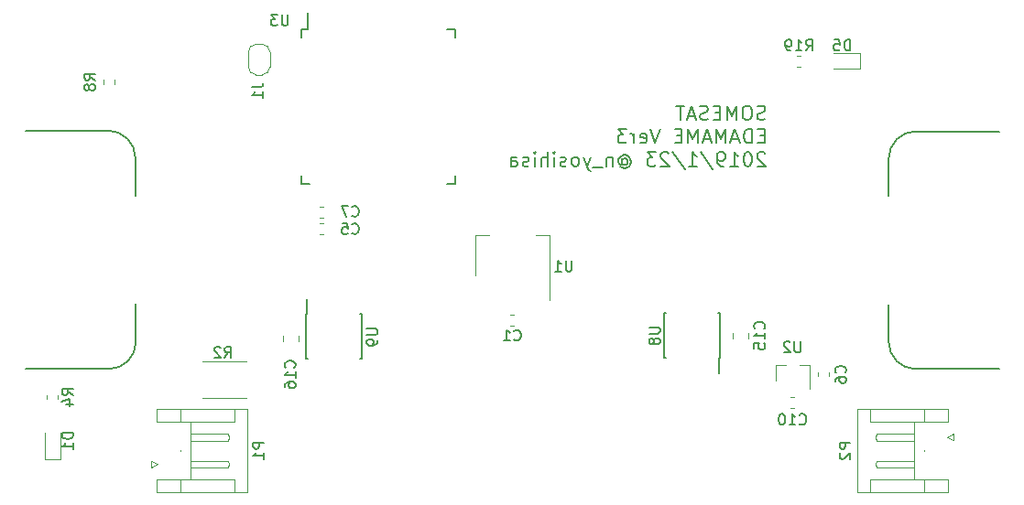
<source format=gbo>
G04 #@! TF.GenerationSoftware,KiCad,Pcbnew,(5.0.0)*
G04 #@! TF.CreationDate,2019-01-28T15:32:59+09:00*
G04 #@! TF.ProjectId,EDAMAMEv3,4544414D414D4576332E6B696361645F,rev?*
G04 #@! TF.SameCoordinates,Original*
G04 #@! TF.FileFunction,Legend,Bot*
G04 #@! TF.FilePolarity,Positive*
%FSLAX46Y46*%
G04 Gerber Fmt 4.6, Leading zero omitted, Abs format (unit mm)*
G04 Created by KiCad (PCBNEW (5.0.0)) date 01/28/19 15:32:59*
%MOMM*%
%LPD*%
G01*
G04 APERTURE LIST*
%ADD10C,0.200000*%
%ADD11C,0.150000*%
%ADD12C,0.120000*%
G04 APERTURE END LIST*
D10*
X87872380Y-28376190D02*
X87686666Y-28438095D01*
X87377142Y-28438095D01*
X87253333Y-28376190D01*
X87191428Y-28314285D01*
X87129523Y-28190476D01*
X87129523Y-28066666D01*
X87191428Y-27942857D01*
X87253333Y-27880952D01*
X87377142Y-27819047D01*
X87624761Y-27757142D01*
X87748571Y-27695238D01*
X87810476Y-27633333D01*
X87872380Y-27509523D01*
X87872380Y-27385714D01*
X87810476Y-27261904D01*
X87748571Y-27200000D01*
X87624761Y-27138095D01*
X87315238Y-27138095D01*
X87129523Y-27200000D01*
X86324761Y-27138095D02*
X86077142Y-27138095D01*
X85953333Y-27200000D01*
X85829523Y-27323809D01*
X85767619Y-27571428D01*
X85767619Y-28004761D01*
X85829523Y-28252380D01*
X85953333Y-28376190D01*
X86077142Y-28438095D01*
X86324761Y-28438095D01*
X86448571Y-28376190D01*
X86572380Y-28252380D01*
X86634285Y-28004761D01*
X86634285Y-27571428D01*
X86572380Y-27323809D01*
X86448571Y-27200000D01*
X86324761Y-27138095D01*
X85210476Y-28438095D02*
X85210476Y-27138095D01*
X84777142Y-28066666D01*
X84343809Y-27138095D01*
X84343809Y-28438095D01*
X83724761Y-27757142D02*
X83291428Y-27757142D01*
X83105714Y-28438095D02*
X83724761Y-28438095D01*
X83724761Y-27138095D01*
X83105714Y-27138095D01*
X82610476Y-28376190D02*
X82424761Y-28438095D01*
X82115238Y-28438095D01*
X81991428Y-28376190D01*
X81929523Y-28314285D01*
X81867619Y-28190476D01*
X81867619Y-28066666D01*
X81929523Y-27942857D01*
X81991428Y-27880952D01*
X82115238Y-27819047D01*
X82362857Y-27757142D01*
X82486666Y-27695238D01*
X82548571Y-27633333D01*
X82610476Y-27509523D01*
X82610476Y-27385714D01*
X82548571Y-27261904D01*
X82486666Y-27200000D01*
X82362857Y-27138095D01*
X82053333Y-27138095D01*
X81867619Y-27200000D01*
X81372380Y-28066666D02*
X80753333Y-28066666D01*
X81496190Y-28438095D02*
X81062857Y-27138095D01*
X80629523Y-28438095D01*
X80381904Y-27138095D02*
X79639047Y-27138095D01*
X80010476Y-28438095D02*
X80010476Y-27138095D01*
X87810476Y-29907142D02*
X87377142Y-29907142D01*
X87191428Y-30588095D02*
X87810476Y-30588095D01*
X87810476Y-29288095D01*
X87191428Y-29288095D01*
X86634285Y-30588095D02*
X86634285Y-29288095D01*
X86324761Y-29288095D01*
X86139047Y-29350000D01*
X86015238Y-29473809D01*
X85953333Y-29597619D01*
X85891428Y-29845238D01*
X85891428Y-30030952D01*
X85953333Y-30278571D01*
X86015238Y-30402380D01*
X86139047Y-30526190D01*
X86324761Y-30588095D01*
X86634285Y-30588095D01*
X85396190Y-30216666D02*
X84777142Y-30216666D01*
X85520000Y-30588095D02*
X85086666Y-29288095D01*
X84653333Y-30588095D01*
X84220000Y-30588095D02*
X84220000Y-29288095D01*
X83786666Y-30216666D01*
X83353333Y-29288095D01*
X83353333Y-30588095D01*
X82796190Y-30216666D02*
X82177142Y-30216666D01*
X82920000Y-30588095D02*
X82486666Y-29288095D01*
X82053333Y-30588095D01*
X81620000Y-30588095D02*
X81620000Y-29288095D01*
X81186666Y-30216666D01*
X80753333Y-29288095D01*
X80753333Y-30588095D01*
X80134285Y-29907142D02*
X79700952Y-29907142D01*
X79515238Y-30588095D02*
X80134285Y-30588095D01*
X80134285Y-29288095D01*
X79515238Y-29288095D01*
X78153333Y-29288095D02*
X77720000Y-30588095D01*
X77286666Y-29288095D01*
X76358095Y-30526190D02*
X76481904Y-30588095D01*
X76729523Y-30588095D01*
X76853333Y-30526190D01*
X76915238Y-30402380D01*
X76915238Y-29907142D01*
X76853333Y-29783333D01*
X76729523Y-29721428D01*
X76481904Y-29721428D01*
X76358095Y-29783333D01*
X76296190Y-29907142D01*
X76296190Y-30030952D01*
X76915238Y-30154761D01*
X75739047Y-30588095D02*
X75739047Y-29721428D01*
X75739047Y-29969047D02*
X75677142Y-29845238D01*
X75615238Y-29783333D01*
X75491428Y-29721428D01*
X75367619Y-29721428D01*
X75058095Y-29288095D02*
X74253333Y-29288095D01*
X74686666Y-29783333D01*
X74500952Y-29783333D01*
X74377142Y-29845238D01*
X74315238Y-29907142D01*
X74253333Y-30030952D01*
X74253333Y-30340476D01*
X74315238Y-30464285D01*
X74377142Y-30526190D01*
X74500952Y-30588095D01*
X74872380Y-30588095D01*
X74996190Y-30526190D01*
X75058095Y-30464285D01*
X87872380Y-31561904D02*
X87810476Y-31500000D01*
X87686666Y-31438095D01*
X87377142Y-31438095D01*
X87253333Y-31500000D01*
X87191428Y-31561904D01*
X87129523Y-31685714D01*
X87129523Y-31809523D01*
X87191428Y-31995238D01*
X87934285Y-32738095D01*
X87129523Y-32738095D01*
X86324761Y-31438095D02*
X86200952Y-31438095D01*
X86077142Y-31500000D01*
X86015238Y-31561904D01*
X85953333Y-31685714D01*
X85891428Y-31933333D01*
X85891428Y-32242857D01*
X85953333Y-32490476D01*
X86015238Y-32614285D01*
X86077142Y-32676190D01*
X86200952Y-32738095D01*
X86324761Y-32738095D01*
X86448571Y-32676190D01*
X86510476Y-32614285D01*
X86572380Y-32490476D01*
X86634285Y-32242857D01*
X86634285Y-31933333D01*
X86572380Y-31685714D01*
X86510476Y-31561904D01*
X86448571Y-31500000D01*
X86324761Y-31438095D01*
X84653333Y-32738095D02*
X85396190Y-32738095D01*
X85024761Y-32738095D02*
X85024761Y-31438095D01*
X85148571Y-31623809D01*
X85272380Y-31747619D01*
X85396190Y-31809523D01*
X84034285Y-32738095D02*
X83786666Y-32738095D01*
X83662857Y-32676190D01*
X83600952Y-32614285D01*
X83477142Y-32428571D01*
X83415238Y-32180952D01*
X83415238Y-31685714D01*
X83477142Y-31561904D01*
X83539047Y-31500000D01*
X83662857Y-31438095D01*
X83910476Y-31438095D01*
X84034285Y-31500000D01*
X84096190Y-31561904D01*
X84158095Y-31685714D01*
X84158095Y-31995238D01*
X84096190Y-32119047D01*
X84034285Y-32180952D01*
X83910476Y-32242857D01*
X83662857Y-32242857D01*
X83539047Y-32180952D01*
X83477142Y-32119047D01*
X83415238Y-31995238D01*
X81929523Y-31376190D02*
X83043809Y-33047619D01*
X80815238Y-32738095D02*
X81558095Y-32738095D01*
X81186666Y-32738095D02*
X81186666Y-31438095D01*
X81310476Y-31623809D01*
X81434285Y-31747619D01*
X81558095Y-31809523D01*
X79329523Y-31376190D02*
X80443809Y-33047619D01*
X78958095Y-31561904D02*
X78896190Y-31500000D01*
X78772380Y-31438095D01*
X78462857Y-31438095D01*
X78339047Y-31500000D01*
X78277142Y-31561904D01*
X78215238Y-31685714D01*
X78215238Y-31809523D01*
X78277142Y-31995238D01*
X79020000Y-32738095D01*
X78215238Y-32738095D01*
X77781904Y-31438095D02*
X76977142Y-31438095D01*
X77410476Y-31933333D01*
X77224761Y-31933333D01*
X77100952Y-31995238D01*
X77039047Y-32057142D01*
X76977142Y-32180952D01*
X76977142Y-32490476D01*
X77039047Y-32614285D01*
X77100952Y-32676190D01*
X77224761Y-32738095D01*
X77596190Y-32738095D01*
X77720000Y-32676190D01*
X77781904Y-32614285D01*
X74624761Y-32119047D02*
X74686666Y-32057142D01*
X74810476Y-31995238D01*
X74934285Y-31995238D01*
X75058095Y-32057142D01*
X75120000Y-32119047D01*
X75181904Y-32242857D01*
X75181904Y-32366666D01*
X75120000Y-32490476D01*
X75058095Y-32552380D01*
X74934285Y-32614285D01*
X74810476Y-32614285D01*
X74686666Y-32552380D01*
X74624761Y-32490476D01*
X74624761Y-31995238D02*
X74624761Y-32490476D01*
X74562857Y-32552380D01*
X74500952Y-32552380D01*
X74377142Y-32490476D01*
X74315238Y-32366666D01*
X74315238Y-32057142D01*
X74439047Y-31871428D01*
X74624761Y-31747619D01*
X74872380Y-31685714D01*
X75120000Y-31747619D01*
X75305714Y-31871428D01*
X75429523Y-32057142D01*
X75491428Y-32304761D01*
X75429523Y-32552380D01*
X75305714Y-32738095D01*
X75120000Y-32861904D01*
X74872380Y-32923809D01*
X74624761Y-32861904D01*
X74439047Y-32738095D01*
X73758095Y-31871428D02*
X73758095Y-32738095D01*
X73758095Y-31995238D02*
X73696190Y-31933333D01*
X73572380Y-31871428D01*
X73386666Y-31871428D01*
X73262857Y-31933333D01*
X73200952Y-32057142D01*
X73200952Y-32738095D01*
X72891428Y-32861904D02*
X71900952Y-32861904D01*
X71715238Y-31871428D02*
X71405714Y-32738095D01*
X71096190Y-31871428D02*
X71405714Y-32738095D01*
X71529523Y-33047619D01*
X71591428Y-33109523D01*
X71715238Y-33171428D01*
X70415238Y-32738095D02*
X70539047Y-32676190D01*
X70600952Y-32614285D01*
X70662857Y-32490476D01*
X70662857Y-32119047D01*
X70600952Y-31995238D01*
X70539047Y-31933333D01*
X70415238Y-31871428D01*
X70229523Y-31871428D01*
X70105714Y-31933333D01*
X70043809Y-31995238D01*
X69981904Y-32119047D01*
X69981904Y-32490476D01*
X70043809Y-32614285D01*
X70105714Y-32676190D01*
X70229523Y-32738095D01*
X70415238Y-32738095D01*
X69486666Y-32676190D02*
X69362857Y-32738095D01*
X69115238Y-32738095D01*
X68991428Y-32676190D01*
X68929523Y-32552380D01*
X68929523Y-32490476D01*
X68991428Y-32366666D01*
X69115238Y-32304761D01*
X69300952Y-32304761D01*
X69424761Y-32242857D01*
X69486666Y-32119047D01*
X69486666Y-32057142D01*
X69424761Y-31933333D01*
X69300952Y-31871428D01*
X69115238Y-31871428D01*
X68991428Y-31933333D01*
X68372380Y-32738095D02*
X68372380Y-31871428D01*
X68372380Y-31438095D02*
X68434285Y-31500000D01*
X68372380Y-31561904D01*
X68310476Y-31500000D01*
X68372380Y-31438095D01*
X68372380Y-31561904D01*
X67753333Y-32738095D02*
X67753333Y-31438095D01*
X67196190Y-32738095D02*
X67196190Y-32057142D01*
X67258095Y-31933333D01*
X67381904Y-31871428D01*
X67567619Y-31871428D01*
X67691428Y-31933333D01*
X67753333Y-31995238D01*
X66577142Y-32738095D02*
X66577142Y-31871428D01*
X66577142Y-31438095D02*
X66639047Y-31500000D01*
X66577142Y-31561904D01*
X66515238Y-31500000D01*
X66577142Y-31438095D01*
X66577142Y-31561904D01*
X66020000Y-32676190D02*
X65896190Y-32738095D01*
X65648571Y-32738095D01*
X65524761Y-32676190D01*
X65462857Y-32552380D01*
X65462857Y-32490476D01*
X65524761Y-32366666D01*
X65648571Y-32304761D01*
X65834285Y-32304761D01*
X65958095Y-32242857D01*
X66020000Y-32119047D01*
X66020000Y-32057142D01*
X65958095Y-31933333D01*
X65834285Y-31871428D01*
X65648571Y-31871428D01*
X65524761Y-31933333D01*
X64348571Y-32738095D02*
X64348571Y-32057142D01*
X64410476Y-31933333D01*
X64534285Y-31871428D01*
X64781904Y-31871428D01*
X64905714Y-31933333D01*
X64348571Y-32676190D02*
X64472380Y-32738095D01*
X64781904Y-32738095D01*
X64905714Y-32676190D01*
X64967619Y-32552380D01*
X64967619Y-32428571D01*
X64905714Y-32304761D01*
X64781904Y-32242857D01*
X64472380Y-32242857D01*
X64348571Y-32180952D01*
X19500000Y-51500000D02*
X27200000Y-51500000D01*
X29700000Y-48988000D02*
X29700000Y-45488000D01*
X29700000Y-49000000D02*
G75*
G02X27200000Y-51500000I-2500000J0D01*
G01*
X99300000Y-32000000D02*
X99300000Y-35500000D01*
X99300000Y-32000000D02*
G75*
G02X101800000Y-29500000I2500000J0D01*
G01*
X109500000Y-29500000D02*
X101800000Y-29500000D01*
X99300000Y-49000000D02*
G75*
G03X101800000Y-51500000I2500000J0D01*
G01*
X99300000Y-49000000D02*
X99300000Y-45500000D01*
X109500000Y-51500000D02*
X101800000Y-51500000D01*
X29660000Y-31970000D02*
G75*
G03X27120000Y-29430000I-2540000J0D01*
G01*
X29660000Y-31970000D02*
X29660000Y-35500000D01*
X19500000Y-29430000D02*
X27120000Y-29430000D01*
D11*
G04 #@! TO.C,U3*
X44975000Y-20075000D02*
X45625000Y-20075000D01*
X44975000Y-34325000D02*
X45735000Y-34325000D01*
X59225000Y-34325000D02*
X58465000Y-34325000D01*
X59225000Y-20075000D02*
X58465000Y-20075000D01*
X44975000Y-20075000D02*
X44975000Y-20835000D01*
X59225000Y-20075000D02*
X59225000Y-20835000D01*
X59225000Y-34325000D02*
X59225000Y-33565000D01*
X44975000Y-34325000D02*
X44975000Y-33565000D01*
X45625000Y-20075000D02*
X45625000Y-18550000D01*
G04 #@! TO.C,U9*
X45475000Y-46425000D02*
X45475000Y-45025000D01*
X50575000Y-46425000D02*
X50575000Y-50575000D01*
X45425000Y-46425000D02*
X45425000Y-50575000D01*
X50575000Y-46425000D02*
X50430000Y-46425000D01*
X50575000Y-50575000D02*
X50430000Y-50575000D01*
X45425000Y-50575000D02*
X45570000Y-50575000D01*
X45425000Y-46425000D02*
X45475000Y-46425000D01*
D12*
G04 #@! TO.C,D1*
X22735408Y-57352172D02*
X22735408Y-59812172D01*
X22735408Y-59812172D02*
X21265408Y-59812172D01*
X21265408Y-59812172D02*
X21265408Y-57352172D01*
G04 #@! TO.C,R4*
X22510408Y-54259439D02*
X22510408Y-53916905D01*
X21490408Y-54259439D02*
X21490408Y-53916905D01*
G04 #@! TO.C,C1*
X64328733Y-47510000D02*
X64671267Y-47510000D01*
X64328733Y-46490000D02*
X64671267Y-46490000D01*
G04 #@! TO.C,C5*
X47071267Y-38040000D02*
X46728733Y-38040000D01*
X47071267Y-39060000D02*
X46728733Y-39060000D01*
G04 #@! TO.C,C6*
X93810000Y-51828733D02*
X93810000Y-52171267D01*
X92790000Y-51828733D02*
X92790000Y-52171267D01*
G04 #@! TO.C,C7*
X47071267Y-37460000D02*
X46728733Y-37460000D01*
X47071267Y-36440000D02*
X46728733Y-36440000D01*
G04 #@! TO.C,C10*
X90228733Y-55110000D02*
X90571267Y-55110000D01*
X90228733Y-54090000D02*
X90571267Y-54090000D01*
G04 #@! TO.C,C15*
X84890000Y-48661252D02*
X84890000Y-48138748D01*
X86310000Y-48661252D02*
X86310000Y-48138748D01*
G04 #@! TO.C,C16*
X43290000Y-48413748D02*
X43290000Y-48936252D01*
X44710000Y-48413748D02*
X44710000Y-48936252D01*
G04 #@! TO.C,D5*
X96660000Y-23735000D02*
X94200000Y-23735000D01*
X96660000Y-22265000D02*
X96660000Y-23735000D01*
X94200000Y-22265000D02*
X96660000Y-22265000D01*
G04 #@! TO.C,J1*
X40100000Y-23550000D02*
G75*
G03X40800000Y-24250000I700000J0D01*
G01*
X41400000Y-24250000D02*
G75*
G03X42100000Y-23550000I0J700000D01*
G01*
X42100000Y-22150000D02*
G75*
G03X41400000Y-21450000I-700000J0D01*
G01*
X40800000Y-21450000D02*
G75*
G03X40100000Y-22150000I0J-700000D01*
G01*
X41400000Y-21450000D02*
X40800000Y-21450000D01*
X42100000Y-23550000D02*
X42100000Y-22150000D01*
X40800000Y-24250000D02*
X41400000Y-24250000D01*
X40100000Y-22150000D02*
X40100000Y-23550000D01*
G04 #@! TO.C,R8*
X27760000Y-25096267D02*
X27760000Y-24753733D01*
X26740000Y-25096267D02*
X26740000Y-24753733D01*
G04 #@! TO.C,R19*
X91171267Y-23510000D02*
X90828733Y-23510000D01*
X91171267Y-22490000D02*
X90828733Y-22490000D01*
D11*
G04 #@! TO.C,U8*
X83675000Y-50475000D02*
X83625000Y-50475000D01*
X83675000Y-46325000D02*
X83530000Y-46325000D01*
X78525000Y-46325000D02*
X78670000Y-46325000D01*
X78525000Y-50475000D02*
X78670000Y-50475000D01*
X83675000Y-50475000D02*
X83675000Y-46325000D01*
X78525000Y-50475000D02*
X78525000Y-46325000D01*
X83625000Y-50475000D02*
X83625000Y-51875000D01*
D12*
G04 #@! TO.C,P1*
X31100000Y-60000000D02*
X31700000Y-60300000D01*
X31100000Y-60600000D02*
X31100000Y-60000000D01*
X31700000Y-60300000D02*
X31100000Y-60600000D01*
X34790000Y-57480000D02*
X34790000Y-57800000D01*
X38210000Y-57480000D02*
X34790000Y-57480000D01*
X38290000Y-57800000D02*
X38210000Y-57480000D01*
X38210000Y-58120000D02*
X38290000Y-57800000D01*
X34790000Y-58120000D02*
X38210000Y-58120000D01*
X34790000Y-57800000D02*
X34790000Y-58120000D01*
X33790000Y-59130000D02*
X33790000Y-58970000D01*
X34790000Y-59980000D02*
X34790000Y-60300000D01*
X38210000Y-59980000D02*
X34790000Y-59980000D01*
X38290000Y-60300000D02*
X38210000Y-59980000D01*
X38210000Y-60620000D02*
X38290000Y-60300000D01*
X34790000Y-60620000D02*
X38210000Y-60620000D01*
X34790000Y-60300000D02*
X34790000Y-60620000D01*
X34790000Y-61690000D02*
X34790000Y-56410000D01*
X33790000Y-56410000D02*
X33790000Y-55190000D01*
X38790000Y-56410000D02*
X33790000Y-56410000D01*
X38790000Y-55190000D02*
X38790000Y-56410000D01*
X33790000Y-61690000D02*
X33790000Y-62910000D01*
X38790000Y-61690000D02*
X33790000Y-61690000D01*
X38790000Y-62910000D02*
X38790000Y-61690000D01*
X31590000Y-56410000D02*
X33790000Y-56410000D01*
X31590000Y-55190000D02*
X31590000Y-56410000D01*
X40010000Y-55190000D02*
X31590000Y-55190000D01*
X40010000Y-62910000D02*
X40010000Y-55190000D01*
X31590000Y-62910000D02*
X40010000Y-62910000D01*
X31590000Y-61690000D02*
X31590000Y-62910000D01*
X33790000Y-61690000D02*
X31590000Y-61690000D01*
G04 #@! TO.C,P2*
X102610000Y-56410000D02*
X104810000Y-56410000D01*
X104810000Y-56410000D02*
X104810000Y-55190000D01*
X104810000Y-55190000D02*
X96390000Y-55190000D01*
X96390000Y-55190000D02*
X96390000Y-62910000D01*
X96390000Y-62910000D02*
X104810000Y-62910000D01*
X104810000Y-62910000D02*
X104810000Y-61690000D01*
X104810000Y-61690000D02*
X102610000Y-61690000D01*
X97610000Y-55190000D02*
X97610000Y-56410000D01*
X97610000Y-56410000D02*
X102610000Y-56410000D01*
X102610000Y-56410000D02*
X102610000Y-55190000D01*
X97610000Y-62910000D02*
X97610000Y-61690000D01*
X97610000Y-61690000D02*
X102610000Y-61690000D01*
X102610000Y-61690000D02*
X102610000Y-62910000D01*
X101610000Y-56410000D02*
X101610000Y-61690000D01*
X101610000Y-57800000D02*
X101610000Y-57480000D01*
X101610000Y-57480000D02*
X98190000Y-57480000D01*
X98190000Y-57480000D02*
X98110000Y-57800000D01*
X98110000Y-57800000D02*
X98190000Y-58120000D01*
X98190000Y-58120000D02*
X101610000Y-58120000D01*
X101610000Y-58120000D02*
X101610000Y-57800000D01*
X102610000Y-58970000D02*
X102610000Y-59130000D01*
X101610000Y-60300000D02*
X101610000Y-59980000D01*
X101610000Y-59980000D02*
X98190000Y-59980000D01*
X98190000Y-59980000D02*
X98110000Y-60300000D01*
X98110000Y-60300000D02*
X98190000Y-60620000D01*
X98190000Y-60620000D02*
X101610000Y-60620000D01*
X101610000Y-60620000D02*
X101610000Y-60300000D01*
X104700000Y-57800000D02*
X105300000Y-57500000D01*
X105300000Y-57500000D02*
X105300000Y-58100000D01*
X105300000Y-58100000D02*
X104700000Y-57800000D01*
G04 #@! TO.C,R2*
X39952064Y-50790000D02*
X35847936Y-50790000D01*
X39952064Y-54210000D02*
X35847936Y-54210000D01*
G04 #@! TO.C,U1*
X61090000Y-39090000D02*
X62350000Y-39090000D01*
X67910000Y-39090000D02*
X66650000Y-39090000D01*
X61090000Y-42850000D02*
X61090000Y-39090000D01*
X67910000Y-45100000D02*
X67910000Y-39090000D01*
G04 #@! TO.C,U2*
X88820000Y-51140000D02*
X89750000Y-51140000D01*
X91980000Y-51140000D02*
X91050000Y-51140000D01*
X91980000Y-51140000D02*
X91980000Y-53300000D01*
X88820000Y-51140000D02*
X88820000Y-52600000D01*
G04 #@! TO.C,U3*
D11*
X43761904Y-18702380D02*
X43761904Y-19511904D01*
X43714285Y-19607142D01*
X43666666Y-19654761D01*
X43571428Y-19702380D01*
X43380952Y-19702380D01*
X43285714Y-19654761D01*
X43238095Y-19607142D01*
X43190476Y-19511904D01*
X43190476Y-18702380D01*
X42809523Y-18702380D02*
X42190476Y-18702380D01*
X42523809Y-19083333D01*
X42380952Y-19083333D01*
X42285714Y-19130952D01*
X42238095Y-19178571D01*
X42190476Y-19273809D01*
X42190476Y-19511904D01*
X42238095Y-19607142D01*
X42285714Y-19654761D01*
X42380952Y-19702380D01*
X42666666Y-19702380D01*
X42761904Y-19654761D01*
X42809523Y-19607142D01*
G04 #@! TO.C,U9*
X51052380Y-47738095D02*
X51861904Y-47738095D01*
X51957142Y-47785714D01*
X52004761Y-47833333D01*
X52052380Y-47928571D01*
X52052380Y-48119047D01*
X52004761Y-48214285D01*
X51957142Y-48261904D01*
X51861904Y-48309523D01*
X51052380Y-48309523D01*
X52052380Y-48833333D02*
X52052380Y-49023809D01*
X52004761Y-49119047D01*
X51957142Y-49166666D01*
X51814285Y-49261904D01*
X51623809Y-49309523D01*
X51242857Y-49309523D01*
X51147619Y-49261904D01*
X51100000Y-49214285D01*
X51052380Y-49119047D01*
X51052380Y-48928571D01*
X51100000Y-48833333D01*
X51147619Y-48785714D01*
X51242857Y-48738095D01*
X51480952Y-48738095D01*
X51576190Y-48785714D01*
X51623809Y-48833333D01*
X51671428Y-48928571D01*
X51671428Y-49119047D01*
X51623809Y-49214285D01*
X51576190Y-49261904D01*
X51480952Y-49309523D01*
G04 #@! TO.C,D1*
X23882788Y-57414076D02*
X22882788Y-57414076D01*
X22882788Y-57652172D01*
X22930408Y-57795029D01*
X23025646Y-57890267D01*
X23120884Y-57937886D01*
X23311360Y-57985505D01*
X23454217Y-57985505D01*
X23644693Y-57937886D01*
X23739931Y-57890267D01*
X23835169Y-57795029D01*
X23882788Y-57652172D01*
X23882788Y-57414076D01*
X23882788Y-58937886D02*
X23882788Y-58366457D01*
X23882788Y-58652172D02*
X22882788Y-58652172D01*
X23025646Y-58556933D01*
X23120884Y-58461695D01*
X23168503Y-58366457D01*
G04 #@! TO.C,R4*
X23882788Y-53921505D02*
X23406598Y-53588172D01*
X23882788Y-53350076D02*
X22882788Y-53350076D01*
X22882788Y-53731029D01*
X22930408Y-53826267D01*
X22978027Y-53873886D01*
X23073265Y-53921505D01*
X23216122Y-53921505D01*
X23311360Y-53873886D01*
X23358979Y-53826267D01*
X23406598Y-53731029D01*
X23406598Y-53350076D01*
X23216122Y-54778648D02*
X23882788Y-54778648D01*
X22835169Y-54540552D02*
X23549455Y-54302457D01*
X23549455Y-54921505D01*
G04 #@! TO.C,C1*
X64666666Y-48787142D02*
X64714285Y-48834761D01*
X64857142Y-48882380D01*
X64952380Y-48882380D01*
X65095238Y-48834761D01*
X65190476Y-48739523D01*
X65238095Y-48644285D01*
X65285714Y-48453809D01*
X65285714Y-48310952D01*
X65238095Y-48120476D01*
X65190476Y-48025238D01*
X65095238Y-47930000D01*
X64952380Y-47882380D01*
X64857142Y-47882380D01*
X64714285Y-47930000D01*
X64666666Y-47977619D01*
X63714285Y-48882380D02*
X64285714Y-48882380D01*
X64000000Y-48882380D02*
X64000000Y-47882380D01*
X64095238Y-48025238D01*
X64190476Y-48120476D01*
X64285714Y-48168095D01*
G04 #@! TO.C,C5*
X49691666Y-38907142D02*
X49739285Y-38954761D01*
X49882142Y-39002380D01*
X49977380Y-39002380D01*
X50120238Y-38954761D01*
X50215476Y-38859523D01*
X50263095Y-38764285D01*
X50310714Y-38573809D01*
X50310714Y-38430952D01*
X50263095Y-38240476D01*
X50215476Y-38145238D01*
X50120238Y-38050000D01*
X49977380Y-38002380D01*
X49882142Y-38002380D01*
X49739285Y-38050000D01*
X49691666Y-38097619D01*
X48786904Y-38002380D02*
X49263095Y-38002380D01*
X49310714Y-38478571D01*
X49263095Y-38430952D01*
X49167857Y-38383333D01*
X48929761Y-38383333D01*
X48834523Y-38430952D01*
X48786904Y-38478571D01*
X48739285Y-38573809D01*
X48739285Y-38811904D01*
X48786904Y-38907142D01*
X48834523Y-38954761D01*
X48929761Y-39002380D01*
X49167857Y-39002380D01*
X49263095Y-38954761D01*
X49310714Y-38907142D01*
G04 #@! TO.C,C6*
X95257142Y-51833333D02*
X95304761Y-51785714D01*
X95352380Y-51642857D01*
X95352380Y-51547619D01*
X95304761Y-51404761D01*
X95209523Y-51309523D01*
X95114285Y-51261904D01*
X94923809Y-51214285D01*
X94780952Y-51214285D01*
X94590476Y-51261904D01*
X94495238Y-51309523D01*
X94400000Y-51404761D01*
X94352380Y-51547619D01*
X94352380Y-51642857D01*
X94400000Y-51785714D01*
X94447619Y-51833333D01*
X94352380Y-52690476D02*
X94352380Y-52500000D01*
X94400000Y-52404761D01*
X94447619Y-52357142D01*
X94590476Y-52261904D01*
X94780952Y-52214285D01*
X95161904Y-52214285D01*
X95257142Y-52261904D01*
X95304761Y-52309523D01*
X95352380Y-52404761D01*
X95352380Y-52595238D01*
X95304761Y-52690476D01*
X95257142Y-52738095D01*
X95161904Y-52785714D01*
X94923809Y-52785714D01*
X94828571Y-52738095D01*
X94780952Y-52690476D01*
X94733333Y-52595238D01*
X94733333Y-52404761D01*
X94780952Y-52309523D01*
X94828571Y-52261904D01*
X94923809Y-52214285D01*
G04 #@! TO.C,C7*
X49691666Y-37307142D02*
X49739285Y-37354761D01*
X49882142Y-37402380D01*
X49977380Y-37402380D01*
X50120238Y-37354761D01*
X50215476Y-37259523D01*
X50263095Y-37164285D01*
X50310714Y-36973809D01*
X50310714Y-36830952D01*
X50263095Y-36640476D01*
X50215476Y-36545238D01*
X50120238Y-36450000D01*
X49977380Y-36402380D01*
X49882142Y-36402380D01*
X49739285Y-36450000D01*
X49691666Y-36497619D01*
X49358333Y-36402380D02*
X48691666Y-36402380D01*
X49120238Y-37402380D01*
G04 #@! TO.C,C10*
X91042857Y-56557142D02*
X91090476Y-56604761D01*
X91233333Y-56652380D01*
X91328571Y-56652380D01*
X91471428Y-56604761D01*
X91566666Y-56509523D01*
X91614285Y-56414285D01*
X91661904Y-56223809D01*
X91661904Y-56080952D01*
X91614285Y-55890476D01*
X91566666Y-55795238D01*
X91471428Y-55700000D01*
X91328571Y-55652380D01*
X91233333Y-55652380D01*
X91090476Y-55700000D01*
X91042857Y-55747619D01*
X90090476Y-56652380D02*
X90661904Y-56652380D01*
X90376190Y-56652380D02*
X90376190Y-55652380D01*
X90471428Y-55795238D01*
X90566666Y-55890476D01*
X90661904Y-55938095D01*
X89471428Y-55652380D02*
X89376190Y-55652380D01*
X89280952Y-55700000D01*
X89233333Y-55747619D01*
X89185714Y-55842857D01*
X89138095Y-56033333D01*
X89138095Y-56271428D01*
X89185714Y-56461904D01*
X89233333Y-56557142D01*
X89280952Y-56604761D01*
X89376190Y-56652380D01*
X89471428Y-56652380D01*
X89566666Y-56604761D01*
X89614285Y-56557142D01*
X89661904Y-56461904D01*
X89709523Y-56271428D01*
X89709523Y-56033333D01*
X89661904Y-55842857D01*
X89614285Y-55747619D01*
X89566666Y-55700000D01*
X89471428Y-55652380D01*
G04 #@! TO.C,C15*
X87757142Y-47757142D02*
X87804761Y-47709523D01*
X87852380Y-47566666D01*
X87852380Y-47471428D01*
X87804761Y-47328571D01*
X87709523Y-47233333D01*
X87614285Y-47185714D01*
X87423809Y-47138095D01*
X87280952Y-47138095D01*
X87090476Y-47185714D01*
X86995238Y-47233333D01*
X86900000Y-47328571D01*
X86852380Y-47471428D01*
X86852380Y-47566666D01*
X86900000Y-47709523D01*
X86947619Y-47757142D01*
X87852380Y-48709523D02*
X87852380Y-48138095D01*
X87852380Y-48423809D02*
X86852380Y-48423809D01*
X86995238Y-48328571D01*
X87090476Y-48233333D01*
X87138095Y-48138095D01*
X86852380Y-49614285D02*
X86852380Y-49138095D01*
X87328571Y-49090476D01*
X87280952Y-49138095D01*
X87233333Y-49233333D01*
X87233333Y-49471428D01*
X87280952Y-49566666D01*
X87328571Y-49614285D01*
X87423809Y-49661904D01*
X87661904Y-49661904D01*
X87757142Y-49614285D01*
X87804761Y-49566666D01*
X87852380Y-49471428D01*
X87852380Y-49233333D01*
X87804761Y-49138095D01*
X87757142Y-49090476D01*
G04 #@! TO.C,C16*
X44357142Y-51357142D02*
X44404761Y-51309523D01*
X44452380Y-51166666D01*
X44452380Y-51071428D01*
X44404761Y-50928571D01*
X44309523Y-50833333D01*
X44214285Y-50785714D01*
X44023809Y-50738095D01*
X43880952Y-50738095D01*
X43690476Y-50785714D01*
X43595238Y-50833333D01*
X43500000Y-50928571D01*
X43452380Y-51071428D01*
X43452380Y-51166666D01*
X43500000Y-51309523D01*
X43547619Y-51357142D01*
X44452380Y-52309523D02*
X44452380Y-51738095D01*
X44452380Y-52023809D02*
X43452380Y-52023809D01*
X43595238Y-51928571D01*
X43690476Y-51833333D01*
X43738095Y-51738095D01*
X43452380Y-53166666D02*
X43452380Y-52976190D01*
X43500000Y-52880952D01*
X43547619Y-52833333D01*
X43690476Y-52738095D01*
X43880952Y-52690476D01*
X44261904Y-52690476D01*
X44357142Y-52738095D01*
X44404761Y-52785714D01*
X44452380Y-52880952D01*
X44452380Y-53071428D01*
X44404761Y-53166666D01*
X44357142Y-53214285D01*
X44261904Y-53261904D01*
X44023809Y-53261904D01*
X43928571Y-53214285D01*
X43880952Y-53166666D01*
X43833333Y-53071428D01*
X43833333Y-52880952D01*
X43880952Y-52785714D01*
X43928571Y-52738095D01*
X44023809Y-52690476D01*
G04 #@! TO.C,D5*
X95738095Y-22022380D02*
X95738095Y-21022380D01*
X95500000Y-21022380D01*
X95357142Y-21070000D01*
X95261904Y-21165238D01*
X95214285Y-21260476D01*
X95166666Y-21450952D01*
X95166666Y-21593809D01*
X95214285Y-21784285D01*
X95261904Y-21879523D01*
X95357142Y-21974761D01*
X95500000Y-22022380D01*
X95738095Y-22022380D01*
X94261904Y-21022380D02*
X94738095Y-21022380D01*
X94785714Y-21498571D01*
X94738095Y-21450952D01*
X94642857Y-21403333D01*
X94404761Y-21403333D01*
X94309523Y-21450952D01*
X94261904Y-21498571D01*
X94214285Y-21593809D01*
X94214285Y-21831904D01*
X94261904Y-21927142D01*
X94309523Y-21974761D01*
X94404761Y-22022380D01*
X94642857Y-22022380D01*
X94738095Y-21974761D01*
X94785714Y-21927142D01*
G04 #@! TO.C,J1*
X40452380Y-25416666D02*
X41166666Y-25416666D01*
X41309523Y-25369047D01*
X41404761Y-25273809D01*
X41452380Y-25130952D01*
X41452380Y-25035714D01*
X41452380Y-26416666D02*
X41452380Y-25845238D01*
X41452380Y-26130952D02*
X40452380Y-26130952D01*
X40595238Y-26035714D01*
X40690476Y-25940476D01*
X40738095Y-25845238D01*
G04 #@! TO.C,R8*
X25952380Y-24758333D02*
X25476190Y-24425000D01*
X25952380Y-24186904D02*
X24952380Y-24186904D01*
X24952380Y-24567857D01*
X25000000Y-24663095D01*
X25047619Y-24710714D01*
X25142857Y-24758333D01*
X25285714Y-24758333D01*
X25380952Y-24710714D01*
X25428571Y-24663095D01*
X25476190Y-24567857D01*
X25476190Y-24186904D01*
X25380952Y-25329761D02*
X25333333Y-25234523D01*
X25285714Y-25186904D01*
X25190476Y-25139285D01*
X25142857Y-25139285D01*
X25047619Y-25186904D01*
X25000000Y-25234523D01*
X24952380Y-25329761D01*
X24952380Y-25520238D01*
X25000000Y-25615476D01*
X25047619Y-25663095D01*
X25142857Y-25710714D01*
X25190476Y-25710714D01*
X25285714Y-25663095D01*
X25333333Y-25615476D01*
X25380952Y-25520238D01*
X25380952Y-25329761D01*
X25428571Y-25234523D01*
X25476190Y-25186904D01*
X25571428Y-25139285D01*
X25761904Y-25139285D01*
X25857142Y-25186904D01*
X25904761Y-25234523D01*
X25952380Y-25329761D01*
X25952380Y-25520238D01*
X25904761Y-25615476D01*
X25857142Y-25663095D01*
X25761904Y-25710714D01*
X25571428Y-25710714D01*
X25476190Y-25663095D01*
X25428571Y-25615476D01*
X25380952Y-25520238D01*
G04 #@! TO.C,R19*
X91642857Y-22022380D02*
X91976190Y-21546190D01*
X92214285Y-22022380D02*
X92214285Y-21022380D01*
X91833333Y-21022380D01*
X91738095Y-21070000D01*
X91690476Y-21117619D01*
X91642857Y-21212857D01*
X91642857Y-21355714D01*
X91690476Y-21450952D01*
X91738095Y-21498571D01*
X91833333Y-21546190D01*
X92214285Y-21546190D01*
X90690476Y-22022380D02*
X91261904Y-22022380D01*
X90976190Y-22022380D02*
X90976190Y-21022380D01*
X91071428Y-21165238D01*
X91166666Y-21260476D01*
X91261904Y-21308095D01*
X90214285Y-22022380D02*
X90023809Y-22022380D01*
X89928571Y-21974761D01*
X89880952Y-21927142D01*
X89785714Y-21784285D01*
X89738095Y-21593809D01*
X89738095Y-21212857D01*
X89785714Y-21117619D01*
X89833333Y-21070000D01*
X89928571Y-21022380D01*
X90119047Y-21022380D01*
X90214285Y-21070000D01*
X90261904Y-21117619D01*
X90309523Y-21212857D01*
X90309523Y-21450952D01*
X90261904Y-21546190D01*
X90214285Y-21593809D01*
X90119047Y-21641428D01*
X89928571Y-21641428D01*
X89833333Y-21593809D01*
X89785714Y-21546190D01*
X89738095Y-21450952D01*
G04 #@! TO.C,U8*
X77152380Y-47638095D02*
X77961904Y-47638095D01*
X78057142Y-47685714D01*
X78104761Y-47733333D01*
X78152380Y-47828571D01*
X78152380Y-48019047D01*
X78104761Y-48114285D01*
X78057142Y-48161904D01*
X77961904Y-48209523D01*
X77152380Y-48209523D01*
X77580952Y-48828571D02*
X77533333Y-48733333D01*
X77485714Y-48685714D01*
X77390476Y-48638095D01*
X77342857Y-48638095D01*
X77247619Y-48685714D01*
X77200000Y-48733333D01*
X77152380Y-48828571D01*
X77152380Y-49019047D01*
X77200000Y-49114285D01*
X77247619Y-49161904D01*
X77342857Y-49209523D01*
X77390476Y-49209523D01*
X77485714Y-49161904D01*
X77533333Y-49114285D01*
X77580952Y-49019047D01*
X77580952Y-48828571D01*
X77628571Y-48733333D01*
X77676190Y-48685714D01*
X77771428Y-48638095D01*
X77961904Y-48638095D01*
X78057142Y-48685714D01*
X78104761Y-48733333D01*
X78152380Y-48828571D01*
X78152380Y-49019047D01*
X78104761Y-49114285D01*
X78057142Y-49161904D01*
X77961904Y-49209523D01*
X77771428Y-49209523D01*
X77676190Y-49161904D01*
X77628571Y-49114285D01*
X77580952Y-49019047D01*
G04 #@! TO.C,P1*
X41552380Y-58311904D02*
X40552380Y-58311904D01*
X40552380Y-58692857D01*
X40600000Y-58788095D01*
X40647619Y-58835714D01*
X40742857Y-58883333D01*
X40885714Y-58883333D01*
X40980952Y-58835714D01*
X41028571Y-58788095D01*
X41076190Y-58692857D01*
X41076190Y-58311904D01*
X41552380Y-59835714D02*
X41552380Y-59264285D01*
X41552380Y-59550000D02*
X40552380Y-59550000D01*
X40695238Y-59454761D01*
X40790476Y-59359523D01*
X40838095Y-59264285D01*
G04 #@! TO.C,P2*
X95752380Y-58311904D02*
X94752380Y-58311904D01*
X94752380Y-58692857D01*
X94800000Y-58788095D01*
X94847619Y-58835714D01*
X94942857Y-58883333D01*
X95085714Y-58883333D01*
X95180952Y-58835714D01*
X95228571Y-58788095D01*
X95276190Y-58692857D01*
X95276190Y-58311904D01*
X94847619Y-59264285D02*
X94800000Y-59311904D01*
X94752380Y-59407142D01*
X94752380Y-59645238D01*
X94800000Y-59740476D01*
X94847619Y-59788095D01*
X94942857Y-59835714D01*
X95038095Y-59835714D01*
X95180952Y-59788095D01*
X95752380Y-59216666D01*
X95752380Y-59835714D01*
G04 #@! TO.C,R2*
X37916666Y-50452380D02*
X38250000Y-49976190D01*
X38488095Y-50452380D02*
X38488095Y-49452380D01*
X38107142Y-49452380D01*
X38011904Y-49500000D01*
X37964285Y-49547619D01*
X37916666Y-49642857D01*
X37916666Y-49785714D01*
X37964285Y-49880952D01*
X38011904Y-49928571D01*
X38107142Y-49976190D01*
X38488095Y-49976190D01*
X37535714Y-49547619D02*
X37488095Y-49500000D01*
X37392857Y-49452380D01*
X37154761Y-49452380D01*
X37059523Y-49500000D01*
X37011904Y-49547619D01*
X36964285Y-49642857D01*
X36964285Y-49738095D01*
X37011904Y-49880952D01*
X37583333Y-50452380D01*
X36964285Y-50452380D01*
G04 #@! TO.C,U1*
X70011904Y-41452380D02*
X70011904Y-42261904D01*
X69964285Y-42357142D01*
X69916666Y-42404761D01*
X69821428Y-42452380D01*
X69630952Y-42452380D01*
X69535714Y-42404761D01*
X69488095Y-42357142D01*
X69440476Y-42261904D01*
X69440476Y-41452380D01*
X68440476Y-42452380D02*
X69011904Y-42452380D01*
X68726190Y-42452380D02*
X68726190Y-41452380D01*
X68821428Y-41595238D01*
X68916666Y-41690476D01*
X69011904Y-41738095D01*
G04 #@! TO.C,U2*
X91161904Y-48952380D02*
X91161904Y-49761904D01*
X91114285Y-49857142D01*
X91066666Y-49904761D01*
X90971428Y-49952380D01*
X90780952Y-49952380D01*
X90685714Y-49904761D01*
X90638095Y-49857142D01*
X90590476Y-49761904D01*
X90590476Y-48952380D01*
X90161904Y-49047619D02*
X90114285Y-49000000D01*
X90019047Y-48952380D01*
X89780952Y-48952380D01*
X89685714Y-49000000D01*
X89638095Y-49047619D01*
X89590476Y-49142857D01*
X89590476Y-49238095D01*
X89638095Y-49380952D01*
X90209523Y-49952380D01*
X89590476Y-49952380D01*
G04 #@! TD*
M02*

</source>
